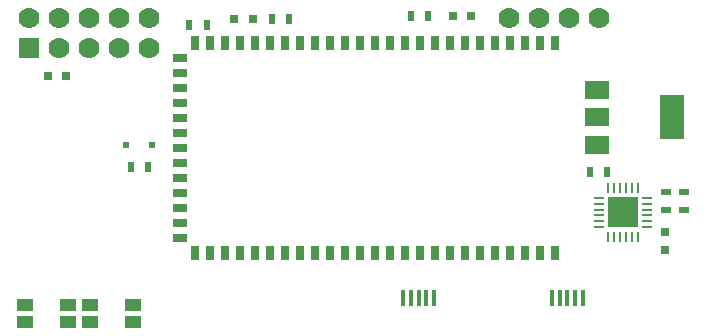
<source format=gbr>
G04 #@! TF.FileFunction,Paste,Top*
%FSLAX46Y46*%
G04 Gerber Fmt 4.6, Leading zero omitted, Abs format (unit mm)*
G04 Created by KiCad (PCBNEW 4.0.7) date 12/12/18 10:49:55*
%MOMM*%
%LPD*%
G01*
G04 APERTURE LIST*
%ADD10C,0.100000*%
%ADD11R,2.000000X3.800000*%
%ADD12R,2.000000X1.500000*%
%ADD13R,0.500000X0.900000*%
%ADD14R,0.900000X0.500000*%
%ADD15R,0.500000X0.500000*%
%ADD16R,1.400000X1.050000*%
%ADD17R,0.279400X0.900000*%
%ADD18R,0.900000X0.279400*%
%ADD19R,2.600000X2.600000*%
%ADD20R,0.800000X0.800000*%
%ADD21R,0.800000X0.750000*%
%ADD22R,0.750000X0.800000*%
%ADD23R,0.400000X1.350000*%
%ADD24R,0.800000X1.300000*%
%ADD25R,1.300000X0.800000*%
%ADD26R,1.778000X1.778000*%
%ADD27C,1.778000*%
G04 APERTURE END LIST*
D10*
D11*
X211328400Y-85648800D03*
D12*
X205028400Y-85648800D03*
X205028400Y-87948800D03*
X205028400Y-83348800D03*
D13*
X205880400Y-90297000D03*
X204380400Y-90297000D03*
D14*
X212369400Y-91960000D03*
X212369400Y-93460000D03*
D15*
X167292200Y-88011000D03*
X165092200Y-88011000D03*
D14*
X210845400Y-93460000D03*
X210845400Y-91960000D03*
D13*
X167018400Y-89890600D03*
X165518400Y-89890600D03*
D16*
X160175600Y-101515000D03*
X156575600Y-101515000D03*
X160175600Y-102955000D03*
X156575600Y-102955000D03*
X165712800Y-101515000D03*
X162112800Y-101515000D03*
X165712800Y-102955000D03*
X162112800Y-102955000D03*
D17*
X206937800Y-91650600D03*
X206437800Y-91650600D03*
X207937800Y-95750600D03*
X205937800Y-95750600D03*
X206437800Y-95750600D03*
X206937800Y-95750600D03*
X207437800Y-95750600D03*
X208437800Y-95750600D03*
D18*
X209237800Y-94950600D03*
X209237800Y-94450600D03*
X209237800Y-93950600D03*
X209237800Y-93450600D03*
X209237800Y-92950600D03*
X209237800Y-92450600D03*
D17*
X208437800Y-91650600D03*
X207937800Y-91650600D03*
X207437800Y-91650600D03*
D19*
X207187800Y-93700600D03*
D18*
X205137800Y-94950600D03*
X205137800Y-94450600D03*
X205137800Y-93950600D03*
X205137800Y-93450600D03*
X205137800Y-92950600D03*
X205137800Y-92450600D03*
D17*
X205937800Y-91650600D03*
D20*
X175894900Y-77343000D03*
X174294900Y-77343000D03*
D13*
X177456400Y-77343000D03*
X178956400Y-77343000D03*
D21*
X194323400Y-77089000D03*
X192823400Y-77089000D03*
D22*
X210718400Y-96889000D03*
X210718400Y-95389000D03*
D21*
X160033400Y-82169000D03*
X158533400Y-82169000D03*
D23*
X188588400Y-100951500D03*
X189238400Y-100951500D03*
X189888400Y-100951500D03*
X190538400Y-100951500D03*
X191188400Y-100951500D03*
X201188400Y-100951500D03*
X201838400Y-100951500D03*
X202488400Y-100951500D03*
X203138400Y-100951500D03*
X203788400Y-100951500D03*
D24*
X170942000Y-97155000D03*
X172212000Y-97155000D03*
X173482000Y-97155000D03*
X174752000Y-97155000D03*
X176022000Y-97155000D03*
X177292000Y-97155000D03*
X178562000Y-97155000D03*
X179832000Y-97155000D03*
X181102000Y-97155000D03*
X182372000Y-97155000D03*
X183642000Y-97155000D03*
X184912000Y-97155000D03*
X186182000Y-97155000D03*
X187452000Y-97155000D03*
X188722000Y-97155000D03*
X189992000Y-97155000D03*
X191262000Y-97155000D03*
X192532000Y-97155000D03*
X193802000Y-97155000D03*
X195072000Y-97155000D03*
X196342000Y-97155000D03*
X197612000Y-97155000D03*
X198882000Y-97155000D03*
X200152000Y-97155000D03*
X201422000Y-97155000D03*
X201422000Y-79375000D03*
X200152000Y-79375000D03*
X198882000Y-79375000D03*
X197612000Y-79375000D03*
X196342000Y-79375000D03*
X195072000Y-79375000D03*
X193802000Y-79375000D03*
X192532000Y-79375000D03*
X191262000Y-79375000D03*
X189992000Y-79375000D03*
X188722000Y-79375000D03*
X187452000Y-79375000D03*
X186182000Y-79375000D03*
X184912000Y-79375000D03*
X183642000Y-79375000D03*
X182372000Y-79375000D03*
X181102000Y-79375000D03*
X179832000Y-79375000D03*
X178562000Y-79375000D03*
X177292000Y-79375000D03*
X176022000Y-79375000D03*
X174752000Y-79375000D03*
X173482000Y-79375000D03*
X172212000Y-79375000D03*
X170942000Y-79375000D03*
D25*
X169672000Y-80645000D03*
X169672000Y-81915000D03*
X169672000Y-83185000D03*
X169672000Y-84455000D03*
X169672000Y-85725000D03*
X169672000Y-86995000D03*
X169672000Y-88265000D03*
X169672000Y-89535000D03*
X169672000Y-90805000D03*
X169672000Y-92075000D03*
X169672000Y-93345000D03*
X169672000Y-94615000D03*
X169672000Y-95885000D03*
D13*
X189216400Y-77089000D03*
X190716400Y-77089000D03*
X170471400Y-77851000D03*
X171971400Y-77851000D03*
D26*
X156870400Y-79773780D03*
D27*
X156870400Y-77233780D03*
X159410400Y-79773780D03*
X159410400Y-77233780D03*
X161950400Y-79773780D03*
X161950400Y-77233780D03*
X164490400Y-79773780D03*
X164490400Y-77233780D03*
X167030400Y-79773780D03*
X167030400Y-77233780D03*
X197510400Y-77233780D03*
X200050400Y-77233780D03*
X202590400Y-77233780D03*
X205130400Y-77233780D03*
M02*

</source>
